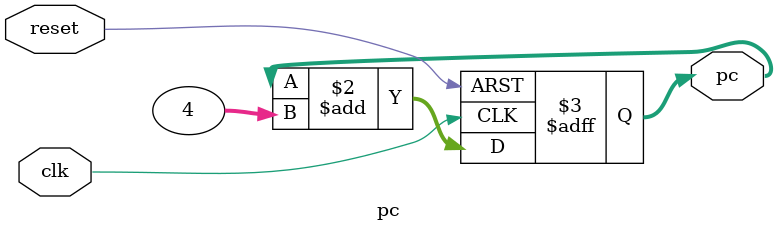
<source format=v>
`timescale 1ns / 1ps
module pc (
    input  wire        clk,
    input  wire        reset,
    output reg  [31:0] pc
);
    always @(posedge clk or posedge reset) begin
        if (reset)
            pc <= 32'd0;
        else
            pc <= pc + 32'd4;
    end
endmodule

</source>
